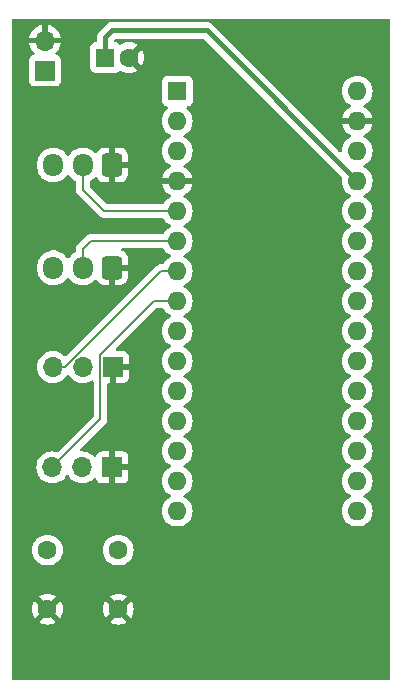
<source format=gtl>
G04 #@! TF.GenerationSoftware,KiCad,Pcbnew,8.0.4*
G04 #@! TF.CreationDate,2024-11-12T14:35:11-08:00*
G04 #@! TF.ProjectId,Engine Control Unit,456e6769-6e65-4204-936f-6e74726f6c20,rev?*
G04 #@! TF.SameCoordinates,Original*
G04 #@! TF.FileFunction,Copper,L1,Top*
G04 #@! TF.FilePolarity,Positive*
%FSLAX46Y46*%
G04 Gerber Fmt 4.6, Leading zero omitted, Abs format (unit mm)*
G04 Created by KiCad (PCBNEW 8.0.4) date 2024-11-12 14:35:11*
%MOMM*%
%LPD*%
G01*
G04 APERTURE LIST*
G04 Aperture macros list*
%AMRoundRect*
0 Rectangle with rounded corners*
0 $1 Rounding radius*
0 $2 $3 $4 $5 $6 $7 $8 $9 X,Y pos of 4 corners*
0 Add a 4 corners polygon primitive as box body*
4,1,4,$2,$3,$4,$5,$6,$7,$8,$9,$2,$3,0*
0 Add four circle primitives for the rounded corners*
1,1,$1+$1,$2,$3*
1,1,$1+$1,$4,$5*
1,1,$1+$1,$6,$7*
1,1,$1+$1,$8,$9*
0 Add four rect primitives between the rounded corners*
20,1,$1+$1,$2,$3,$4,$5,0*
20,1,$1+$1,$4,$5,$6,$7,0*
20,1,$1+$1,$6,$7,$8,$9,0*
20,1,$1+$1,$8,$9,$2,$3,0*%
G04 Aperture macros list end*
G04 #@! TA.AperFunction,ComponentPad*
%ADD10R,1.700000X1.700000*%
G04 #@! TD*
G04 #@! TA.AperFunction,ComponentPad*
%ADD11O,1.700000X1.700000*%
G04 #@! TD*
G04 #@! TA.AperFunction,ComponentPad*
%ADD12C,1.600000*%
G04 #@! TD*
G04 #@! TA.AperFunction,ComponentPad*
%ADD13R,1.600000X1.600000*%
G04 #@! TD*
G04 #@! TA.AperFunction,ComponentPad*
%ADD14O,1.700000X1.950000*%
G04 #@! TD*
G04 #@! TA.AperFunction,ComponentPad*
%ADD15RoundRect,0.250000X0.600000X0.725000X-0.600000X0.725000X-0.600000X-0.725000X0.600000X-0.725000X0*%
G04 #@! TD*
G04 #@! TA.AperFunction,ComponentPad*
%ADD16O,1.600000X1.600000*%
G04 #@! TD*
G04 #@! TA.AperFunction,Conductor*
%ADD17C,0.150000*%
G04 #@! TD*
G04 #@! TA.AperFunction,Conductor*
%ADD18C,0.400000*%
G04 #@! TD*
G04 APERTURE END LIST*
D10*
X135040000Y-105000000D03*
D11*
X132500000Y-105000000D03*
X129960000Y-105000000D03*
D12*
X135500000Y-125500000D03*
X135500000Y-120500000D03*
D13*
X134400000Y-78800000D03*
D12*
X136400000Y-78800000D03*
D14*
X130000000Y-87900000D03*
X132500000Y-87900000D03*
D15*
X135000000Y-87900000D03*
D12*
X129500000Y-125500000D03*
X129500000Y-120500000D03*
D10*
X135000000Y-113500000D03*
D11*
X132460000Y-113500000D03*
X129920000Y-113500000D03*
D14*
X130000000Y-96600000D03*
X132500000Y-96600000D03*
D15*
X135000000Y-96600000D03*
D13*
X140500000Y-81640000D03*
D16*
X140500000Y-84180000D03*
X140500000Y-86720000D03*
X140500000Y-89260000D03*
X140500000Y-91800000D03*
X140500000Y-94340000D03*
X140500000Y-96880000D03*
X140500000Y-99420000D03*
X140500000Y-101960000D03*
X140500000Y-104500000D03*
X140500000Y-107040000D03*
X140500000Y-109580000D03*
X140500000Y-112120000D03*
X140500000Y-114660000D03*
X140500000Y-117200000D03*
X155740000Y-117200000D03*
X155740000Y-114660000D03*
X155740000Y-112120000D03*
X155740000Y-109580000D03*
X155740000Y-107040000D03*
X155740000Y-104500000D03*
X155740000Y-101960000D03*
X155740000Y-99420000D03*
X155740000Y-96880000D03*
X155740000Y-94340000D03*
X155740000Y-91800000D03*
X155740000Y-89260000D03*
X155740000Y-86720000D03*
X155740000Y-84180000D03*
X155740000Y-81640000D03*
D11*
X129300000Y-77360000D03*
D10*
X129300000Y-79900000D03*
D17*
X129960000Y-105000000D02*
X131000000Y-105000000D01*
X131000000Y-105000000D02*
X139120000Y-96880000D01*
X139120000Y-96880000D02*
X140500000Y-96880000D01*
X129920000Y-113500000D02*
X133988000Y-109432000D01*
X133988000Y-109432000D02*
X133988000Y-103948000D01*
X133988000Y-103948000D02*
X138516000Y-99420000D01*
X138516000Y-99420000D02*
X140500000Y-99420000D01*
X132500000Y-96600000D02*
X132500000Y-95000000D01*
X133160000Y-94340000D02*
X140500000Y-94340000D01*
X132500000Y-95000000D02*
X133160000Y-94340000D01*
X132500000Y-87900000D02*
X132500000Y-90000000D01*
X132500000Y-90000000D02*
X134300000Y-91800000D01*
X134300000Y-91800000D02*
X140500000Y-91800000D01*
D18*
X134400000Y-78800000D02*
X134400000Y-77100000D01*
X134400000Y-77100000D02*
X135000000Y-76500000D01*
X135000000Y-76500000D02*
X142980000Y-76500000D01*
X142980000Y-76500000D02*
X155740000Y-89260000D01*
G04 #@! TA.AperFunction,Conductor*
G36*
X158442539Y-75520185D02*
G01*
X158488294Y-75572989D01*
X158499500Y-75624500D01*
X158499500Y-131375500D01*
X158479815Y-131442539D01*
X158427011Y-131488294D01*
X158375500Y-131499500D01*
X126624500Y-131499500D01*
X126557461Y-131479815D01*
X126511706Y-131427011D01*
X126500500Y-131375500D01*
X126500500Y-125499997D01*
X128195034Y-125499997D01*
X128195034Y-125500002D01*
X128214858Y-125726599D01*
X128214860Y-125726610D01*
X128273730Y-125946317D01*
X128273735Y-125946331D01*
X128369863Y-126152478D01*
X128420974Y-126225472D01*
X129100000Y-125546446D01*
X129100000Y-125552661D01*
X129127259Y-125654394D01*
X129179920Y-125745606D01*
X129254394Y-125820080D01*
X129345606Y-125872741D01*
X129447339Y-125900000D01*
X129453553Y-125900000D01*
X128774526Y-126579025D01*
X128847513Y-126630132D01*
X128847521Y-126630136D01*
X129053668Y-126726264D01*
X129053682Y-126726269D01*
X129273389Y-126785139D01*
X129273400Y-126785141D01*
X129499998Y-126804966D01*
X129500002Y-126804966D01*
X129726599Y-126785141D01*
X129726610Y-126785139D01*
X129946317Y-126726269D01*
X129946331Y-126726264D01*
X130152478Y-126630136D01*
X130225471Y-126579024D01*
X129546447Y-125900000D01*
X129552661Y-125900000D01*
X129654394Y-125872741D01*
X129745606Y-125820080D01*
X129820080Y-125745606D01*
X129872741Y-125654394D01*
X129900000Y-125552661D01*
X129900000Y-125546447D01*
X130579024Y-126225471D01*
X130630136Y-126152478D01*
X130726264Y-125946331D01*
X130726269Y-125946317D01*
X130785139Y-125726610D01*
X130785141Y-125726599D01*
X130804966Y-125500002D01*
X130804966Y-125499997D01*
X134195034Y-125499997D01*
X134195034Y-125500002D01*
X134214858Y-125726599D01*
X134214860Y-125726610D01*
X134273730Y-125946317D01*
X134273735Y-125946331D01*
X134369863Y-126152478D01*
X134420974Y-126225472D01*
X135100000Y-125546446D01*
X135100000Y-125552661D01*
X135127259Y-125654394D01*
X135179920Y-125745606D01*
X135254394Y-125820080D01*
X135345606Y-125872741D01*
X135447339Y-125900000D01*
X135453553Y-125900000D01*
X134774526Y-126579025D01*
X134847513Y-126630132D01*
X134847521Y-126630136D01*
X135053668Y-126726264D01*
X135053682Y-126726269D01*
X135273389Y-126785139D01*
X135273400Y-126785141D01*
X135499998Y-126804966D01*
X135500002Y-126804966D01*
X135726599Y-126785141D01*
X135726610Y-126785139D01*
X135946317Y-126726269D01*
X135946331Y-126726264D01*
X136152478Y-126630136D01*
X136225471Y-126579024D01*
X135546447Y-125900000D01*
X135552661Y-125900000D01*
X135654394Y-125872741D01*
X135745606Y-125820080D01*
X135820080Y-125745606D01*
X135872741Y-125654394D01*
X135900000Y-125552661D01*
X135900000Y-125546447D01*
X136579024Y-126225471D01*
X136630136Y-126152478D01*
X136726264Y-125946331D01*
X136726269Y-125946317D01*
X136785139Y-125726610D01*
X136785141Y-125726599D01*
X136804966Y-125500002D01*
X136804966Y-125499997D01*
X136785141Y-125273400D01*
X136785139Y-125273389D01*
X136726269Y-125053682D01*
X136726264Y-125053668D01*
X136630136Y-124847521D01*
X136630132Y-124847513D01*
X136579025Y-124774526D01*
X135900000Y-125453551D01*
X135900000Y-125447339D01*
X135872741Y-125345606D01*
X135820080Y-125254394D01*
X135745606Y-125179920D01*
X135654394Y-125127259D01*
X135552661Y-125100000D01*
X135546448Y-125100000D01*
X136225472Y-124420974D01*
X136152478Y-124369863D01*
X135946331Y-124273735D01*
X135946317Y-124273730D01*
X135726610Y-124214860D01*
X135726599Y-124214858D01*
X135500002Y-124195034D01*
X135499998Y-124195034D01*
X135273400Y-124214858D01*
X135273389Y-124214860D01*
X135053682Y-124273730D01*
X135053673Y-124273734D01*
X134847516Y-124369866D01*
X134847512Y-124369868D01*
X134774526Y-124420973D01*
X134774526Y-124420974D01*
X135453553Y-125100000D01*
X135447339Y-125100000D01*
X135345606Y-125127259D01*
X135254394Y-125179920D01*
X135179920Y-125254394D01*
X135127259Y-125345606D01*
X135100000Y-125447339D01*
X135100000Y-125453552D01*
X134420974Y-124774526D01*
X134420973Y-124774526D01*
X134369868Y-124847512D01*
X134369866Y-124847516D01*
X134273734Y-125053673D01*
X134273730Y-125053682D01*
X134214860Y-125273389D01*
X134214858Y-125273400D01*
X134195034Y-125499997D01*
X130804966Y-125499997D01*
X130785141Y-125273400D01*
X130785139Y-125273389D01*
X130726269Y-125053682D01*
X130726264Y-125053668D01*
X130630136Y-124847521D01*
X130630132Y-124847513D01*
X130579025Y-124774526D01*
X129900000Y-125453551D01*
X129900000Y-125447339D01*
X129872741Y-125345606D01*
X129820080Y-125254394D01*
X129745606Y-125179920D01*
X129654394Y-125127259D01*
X129552661Y-125100000D01*
X129546448Y-125100000D01*
X130225472Y-124420974D01*
X130152478Y-124369863D01*
X129946331Y-124273735D01*
X129946317Y-124273730D01*
X129726610Y-124214860D01*
X129726599Y-124214858D01*
X129500002Y-124195034D01*
X129499998Y-124195034D01*
X129273400Y-124214858D01*
X129273389Y-124214860D01*
X129053682Y-124273730D01*
X129053673Y-124273734D01*
X128847516Y-124369866D01*
X128847512Y-124369868D01*
X128774526Y-124420973D01*
X128774526Y-124420974D01*
X129453553Y-125100000D01*
X129447339Y-125100000D01*
X129345606Y-125127259D01*
X129254394Y-125179920D01*
X129179920Y-125254394D01*
X129127259Y-125345606D01*
X129100000Y-125447339D01*
X129100000Y-125453552D01*
X128420974Y-124774526D01*
X128420973Y-124774526D01*
X128369868Y-124847512D01*
X128369866Y-124847516D01*
X128273734Y-125053673D01*
X128273730Y-125053682D01*
X128214860Y-125273389D01*
X128214858Y-125273400D01*
X128195034Y-125499997D01*
X126500500Y-125499997D01*
X126500500Y-120499998D01*
X128194532Y-120499998D01*
X128194532Y-120500001D01*
X128214364Y-120726686D01*
X128214366Y-120726697D01*
X128273258Y-120946488D01*
X128273261Y-120946497D01*
X128369431Y-121152732D01*
X128369432Y-121152734D01*
X128499954Y-121339141D01*
X128660858Y-121500045D01*
X128660861Y-121500047D01*
X128847266Y-121630568D01*
X129053504Y-121726739D01*
X129273308Y-121785635D01*
X129435230Y-121799801D01*
X129499998Y-121805468D01*
X129500000Y-121805468D01*
X129500002Y-121805468D01*
X129556673Y-121800509D01*
X129726692Y-121785635D01*
X129946496Y-121726739D01*
X130152734Y-121630568D01*
X130339139Y-121500047D01*
X130500047Y-121339139D01*
X130630568Y-121152734D01*
X130726739Y-120946496D01*
X130785635Y-120726692D01*
X130805468Y-120500000D01*
X130805468Y-120499998D01*
X134194532Y-120499998D01*
X134194532Y-120500001D01*
X134214364Y-120726686D01*
X134214366Y-120726697D01*
X134273258Y-120946488D01*
X134273261Y-120946497D01*
X134369431Y-121152732D01*
X134369432Y-121152734D01*
X134499954Y-121339141D01*
X134660858Y-121500045D01*
X134660861Y-121500047D01*
X134847266Y-121630568D01*
X135053504Y-121726739D01*
X135273308Y-121785635D01*
X135435230Y-121799801D01*
X135499998Y-121805468D01*
X135500000Y-121805468D01*
X135500002Y-121805468D01*
X135556673Y-121800509D01*
X135726692Y-121785635D01*
X135946496Y-121726739D01*
X136152734Y-121630568D01*
X136339139Y-121500047D01*
X136500047Y-121339139D01*
X136630568Y-121152734D01*
X136726739Y-120946496D01*
X136785635Y-120726692D01*
X136805468Y-120500000D01*
X136785635Y-120273308D01*
X136726739Y-120053504D01*
X136630568Y-119847266D01*
X136500047Y-119660861D01*
X136500045Y-119660858D01*
X136339141Y-119499954D01*
X136152734Y-119369432D01*
X136152732Y-119369431D01*
X135946497Y-119273261D01*
X135946488Y-119273258D01*
X135726697Y-119214366D01*
X135726693Y-119214365D01*
X135726692Y-119214365D01*
X135726691Y-119214364D01*
X135726686Y-119214364D01*
X135500002Y-119194532D01*
X135499998Y-119194532D01*
X135273313Y-119214364D01*
X135273302Y-119214366D01*
X135053511Y-119273258D01*
X135053502Y-119273261D01*
X134847267Y-119369431D01*
X134847265Y-119369432D01*
X134660858Y-119499954D01*
X134499954Y-119660858D01*
X134369432Y-119847265D01*
X134369431Y-119847267D01*
X134273261Y-120053502D01*
X134273258Y-120053511D01*
X134214366Y-120273302D01*
X134214364Y-120273313D01*
X134194532Y-120499998D01*
X130805468Y-120499998D01*
X130785635Y-120273308D01*
X130726739Y-120053504D01*
X130630568Y-119847266D01*
X130500047Y-119660861D01*
X130500045Y-119660858D01*
X130339141Y-119499954D01*
X130152734Y-119369432D01*
X130152732Y-119369431D01*
X129946497Y-119273261D01*
X129946488Y-119273258D01*
X129726697Y-119214366D01*
X129726693Y-119214365D01*
X129726692Y-119214365D01*
X129726691Y-119214364D01*
X129726686Y-119214364D01*
X129500002Y-119194532D01*
X129499998Y-119194532D01*
X129273313Y-119214364D01*
X129273302Y-119214366D01*
X129053511Y-119273258D01*
X129053502Y-119273261D01*
X128847267Y-119369431D01*
X128847265Y-119369432D01*
X128660858Y-119499954D01*
X128499954Y-119660858D01*
X128369432Y-119847265D01*
X128369431Y-119847267D01*
X128273261Y-120053502D01*
X128273258Y-120053511D01*
X128214366Y-120273302D01*
X128214364Y-120273313D01*
X128194532Y-120499998D01*
X126500500Y-120499998D01*
X126500500Y-113499999D01*
X128564341Y-113499999D01*
X128564341Y-113500000D01*
X128584936Y-113735403D01*
X128584938Y-113735413D01*
X128646094Y-113963655D01*
X128646096Y-113963659D01*
X128646097Y-113963663D01*
X128666430Y-114007267D01*
X128745965Y-114177830D01*
X128745967Y-114177834D01*
X128770944Y-114213504D01*
X128881505Y-114371401D01*
X129048599Y-114538495D01*
X129125135Y-114592086D01*
X129242165Y-114674032D01*
X129242167Y-114674033D01*
X129242170Y-114674035D01*
X129456337Y-114773903D01*
X129684592Y-114835063D01*
X129855319Y-114850000D01*
X129919999Y-114855659D01*
X129920000Y-114855659D01*
X129920001Y-114855659D01*
X129984681Y-114850000D01*
X130155408Y-114835063D01*
X130383663Y-114773903D01*
X130597830Y-114674035D01*
X130791401Y-114538495D01*
X130958495Y-114371401D01*
X131088425Y-114185842D01*
X131143002Y-114142217D01*
X131212500Y-114135023D01*
X131274855Y-114166546D01*
X131291575Y-114185842D01*
X131421500Y-114371395D01*
X131421505Y-114371401D01*
X131588599Y-114538495D01*
X131665135Y-114592086D01*
X131782165Y-114674032D01*
X131782167Y-114674033D01*
X131782170Y-114674035D01*
X131996337Y-114773903D01*
X132224592Y-114835063D01*
X132395319Y-114850000D01*
X132459999Y-114855659D01*
X132460000Y-114855659D01*
X132460001Y-114855659D01*
X132524681Y-114850000D01*
X132695408Y-114835063D01*
X132923663Y-114773903D01*
X133137830Y-114674035D01*
X133331401Y-114538495D01*
X133453717Y-114416178D01*
X133515036Y-114382696D01*
X133584728Y-114387680D01*
X133640662Y-114429551D01*
X133657577Y-114460528D01*
X133706646Y-114592088D01*
X133706649Y-114592093D01*
X133792809Y-114707187D01*
X133792812Y-114707190D01*
X133907906Y-114793350D01*
X133907913Y-114793354D01*
X134042620Y-114843596D01*
X134042627Y-114843598D01*
X134102155Y-114849999D01*
X134102172Y-114850000D01*
X134750000Y-114850000D01*
X134750000Y-113933012D01*
X134807007Y-113965925D01*
X134934174Y-114000000D01*
X135065826Y-114000000D01*
X135192993Y-113965925D01*
X135250000Y-113933012D01*
X135250000Y-114850000D01*
X135897828Y-114850000D01*
X135897844Y-114849999D01*
X135957372Y-114843598D01*
X135957379Y-114843596D01*
X136092086Y-114793354D01*
X136092093Y-114793350D01*
X136207187Y-114707190D01*
X136207190Y-114707187D01*
X136293350Y-114592093D01*
X136293354Y-114592086D01*
X136343596Y-114457379D01*
X136343598Y-114457372D01*
X136349999Y-114397844D01*
X136350000Y-114397827D01*
X136350000Y-113750000D01*
X135433012Y-113750000D01*
X135465925Y-113692993D01*
X135500000Y-113565826D01*
X135500000Y-113434174D01*
X135465925Y-113307007D01*
X135433012Y-113250000D01*
X136350000Y-113250000D01*
X136350000Y-112602172D01*
X136349999Y-112602155D01*
X136343598Y-112542627D01*
X136343596Y-112542620D01*
X136293354Y-112407913D01*
X136293350Y-112407906D01*
X136207190Y-112292812D01*
X136207187Y-112292809D01*
X136092093Y-112206649D01*
X136092086Y-112206645D01*
X135957379Y-112156403D01*
X135957372Y-112156401D01*
X135897844Y-112150000D01*
X135250000Y-112150000D01*
X135250000Y-113066988D01*
X135192993Y-113034075D01*
X135065826Y-113000000D01*
X134934174Y-113000000D01*
X134807007Y-113034075D01*
X134750000Y-113066988D01*
X134750000Y-112150000D01*
X134102155Y-112150000D01*
X134042627Y-112156401D01*
X134042620Y-112156403D01*
X133907913Y-112206645D01*
X133907906Y-112206649D01*
X133792812Y-112292809D01*
X133792809Y-112292812D01*
X133706649Y-112407906D01*
X133706645Y-112407913D01*
X133657578Y-112539470D01*
X133615707Y-112595404D01*
X133550242Y-112619821D01*
X133481969Y-112604969D01*
X133453715Y-112583819D01*
X133409366Y-112539470D01*
X133331401Y-112461505D01*
X133331397Y-112461502D01*
X133331396Y-112461501D01*
X133137834Y-112325967D01*
X133137830Y-112325965D01*
X133066727Y-112292809D01*
X132923663Y-112226097D01*
X132923659Y-112226096D01*
X132923655Y-112226094D01*
X132695413Y-112164938D01*
X132695403Y-112164936D01*
X132460001Y-112144341D01*
X132459996Y-112144341D01*
X132393408Y-112150166D01*
X132324908Y-112136399D01*
X132274726Y-112087783D01*
X132258793Y-112019754D01*
X132282169Y-111953911D01*
X132294914Y-111938964D01*
X134448515Y-109785365D01*
X134524281Y-109654135D01*
X134563500Y-109507766D01*
X134563500Y-109356233D01*
X134563500Y-106474000D01*
X134583185Y-106406961D01*
X134635989Y-106361206D01*
X134687500Y-106350000D01*
X134790000Y-106350000D01*
X134790000Y-105433012D01*
X134847007Y-105465925D01*
X134974174Y-105500000D01*
X135105826Y-105500000D01*
X135232993Y-105465925D01*
X135290000Y-105433012D01*
X135290000Y-106350000D01*
X135937828Y-106350000D01*
X135937844Y-106349999D01*
X135997372Y-106343598D01*
X135997379Y-106343596D01*
X136132086Y-106293354D01*
X136132093Y-106293350D01*
X136247187Y-106207190D01*
X136247190Y-106207187D01*
X136333350Y-106092093D01*
X136333354Y-106092086D01*
X136383596Y-105957379D01*
X136383598Y-105957372D01*
X136389999Y-105897844D01*
X136390000Y-105897827D01*
X136390000Y-105250000D01*
X135473012Y-105250000D01*
X135505925Y-105192993D01*
X135540000Y-105065826D01*
X135540000Y-104934174D01*
X135505925Y-104807007D01*
X135473012Y-104750000D01*
X136390000Y-104750000D01*
X136390000Y-104102172D01*
X136389999Y-104102155D01*
X136383598Y-104042627D01*
X136383596Y-104042620D01*
X136333354Y-103907913D01*
X136333350Y-103907906D01*
X136247190Y-103792812D01*
X136247187Y-103792809D01*
X136132093Y-103706649D01*
X136132086Y-103706645D01*
X135997379Y-103656403D01*
X135997372Y-103656401D01*
X135937844Y-103650000D01*
X135399242Y-103650000D01*
X135332203Y-103630315D01*
X135286448Y-103577511D01*
X135276504Y-103508353D01*
X135305529Y-103444797D01*
X135311561Y-103438319D01*
X138718061Y-100031819D01*
X138779384Y-99998334D01*
X138805742Y-99995500D01*
X139254421Y-99995500D01*
X139321460Y-100015185D01*
X139366802Y-100067095D01*
X139369431Y-100072732D01*
X139369432Y-100072734D01*
X139499954Y-100259141D01*
X139660858Y-100420045D01*
X139660861Y-100420047D01*
X139847266Y-100550568D01*
X139905275Y-100577618D01*
X139957714Y-100623791D01*
X139976866Y-100690984D01*
X139956650Y-100757865D01*
X139905275Y-100802382D01*
X139847267Y-100829431D01*
X139847265Y-100829432D01*
X139660858Y-100959954D01*
X139499954Y-101120858D01*
X139369432Y-101307265D01*
X139369431Y-101307267D01*
X139273261Y-101513502D01*
X139273258Y-101513511D01*
X139214366Y-101733302D01*
X139214364Y-101733313D01*
X139194532Y-101959998D01*
X139194532Y-101960001D01*
X139214364Y-102186686D01*
X139214366Y-102186697D01*
X139273258Y-102406488D01*
X139273261Y-102406497D01*
X139369431Y-102612732D01*
X139369432Y-102612734D01*
X139499954Y-102799141D01*
X139660858Y-102960045D01*
X139660861Y-102960047D01*
X139847266Y-103090568D01*
X139905275Y-103117618D01*
X139957714Y-103163791D01*
X139976866Y-103230984D01*
X139956650Y-103297865D01*
X139905275Y-103342382D01*
X139847267Y-103369431D01*
X139847265Y-103369432D01*
X139660858Y-103499954D01*
X139499954Y-103660858D01*
X139369432Y-103847265D01*
X139369431Y-103847267D01*
X139273261Y-104053502D01*
X139273258Y-104053511D01*
X139214366Y-104273302D01*
X139214364Y-104273313D01*
X139194532Y-104499998D01*
X139194532Y-104500001D01*
X139214364Y-104726686D01*
X139214366Y-104726697D01*
X139273258Y-104946488D01*
X139273261Y-104946497D01*
X139369431Y-105152732D01*
X139369432Y-105152734D01*
X139499954Y-105339141D01*
X139660858Y-105500045D01*
X139660861Y-105500047D01*
X139847266Y-105630568D01*
X139905275Y-105657618D01*
X139957714Y-105703791D01*
X139976866Y-105770984D01*
X139956650Y-105837865D01*
X139905275Y-105882382D01*
X139847267Y-105909431D01*
X139847265Y-105909432D01*
X139660858Y-106039954D01*
X139499954Y-106200858D01*
X139369432Y-106387265D01*
X139369431Y-106387267D01*
X139273261Y-106593502D01*
X139273258Y-106593511D01*
X139214366Y-106813302D01*
X139214364Y-106813313D01*
X139194532Y-107039998D01*
X139194532Y-107040001D01*
X139214364Y-107266686D01*
X139214366Y-107266697D01*
X139273258Y-107486488D01*
X139273261Y-107486497D01*
X139369431Y-107692732D01*
X139369432Y-107692734D01*
X139499954Y-107879141D01*
X139660858Y-108040045D01*
X139660861Y-108040047D01*
X139847266Y-108170568D01*
X139905275Y-108197618D01*
X139957714Y-108243791D01*
X139976866Y-108310984D01*
X139956650Y-108377865D01*
X139905275Y-108422382D01*
X139847267Y-108449431D01*
X139847265Y-108449432D01*
X139660858Y-108579954D01*
X139499954Y-108740858D01*
X139369432Y-108927265D01*
X139369431Y-108927267D01*
X139273261Y-109133502D01*
X139273258Y-109133511D01*
X139214366Y-109353302D01*
X139214364Y-109353313D01*
X139194532Y-109579998D01*
X139194532Y-109580001D01*
X139214364Y-109806686D01*
X139214366Y-109806697D01*
X139273258Y-110026488D01*
X139273261Y-110026497D01*
X139369431Y-110232732D01*
X139369432Y-110232734D01*
X139499954Y-110419141D01*
X139660858Y-110580045D01*
X139660861Y-110580047D01*
X139847266Y-110710568D01*
X139905275Y-110737618D01*
X139957714Y-110783791D01*
X139976866Y-110850984D01*
X139956650Y-110917865D01*
X139905275Y-110962382D01*
X139847267Y-110989431D01*
X139847265Y-110989432D01*
X139660858Y-111119954D01*
X139499954Y-111280858D01*
X139369432Y-111467265D01*
X139369431Y-111467267D01*
X139273261Y-111673502D01*
X139273258Y-111673511D01*
X139214366Y-111893302D01*
X139214364Y-111893313D01*
X139194532Y-112119998D01*
X139194532Y-112120001D01*
X139214364Y-112346686D01*
X139214366Y-112346697D01*
X139273258Y-112566488D01*
X139273261Y-112566497D01*
X139369431Y-112772732D01*
X139369432Y-112772734D01*
X139499954Y-112959141D01*
X139660858Y-113120045D01*
X139660861Y-113120047D01*
X139847266Y-113250568D01*
X139905275Y-113277618D01*
X139957714Y-113323791D01*
X139976866Y-113390984D01*
X139956650Y-113457865D01*
X139905275Y-113502382D01*
X139847267Y-113529431D01*
X139847265Y-113529432D01*
X139660858Y-113659954D01*
X139499954Y-113820858D01*
X139369432Y-114007265D01*
X139369431Y-114007267D01*
X139273261Y-114213502D01*
X139273258Y-114213511D01*
X139214366Y-114433302D01*
X139214364Y-114433313D01*
X139194532Y-114659998D01*
X139194532Y-114660001D01*
X139214364Y-114886686D01*
X139214366Y-114886697D01*
X139273258Y-115106488D01*
X139273261Y-115106497D01*
X139369431Y-115312732D01*
X139369432Y-115312734D01*
X139499954Y-115499141D01*
X139660858Y-115660045D01*
X139660861Y-115660047D01*
X139847266Y-115790568D01*
X139905275Y-115817618D01*
X139957714Y-115863791D01*
X139976866Y-115930984D01*
X139956650Y-115997865D01*
X139905275Y-116042382D01*
X139847267Y-116069431D01*
X139847265Y-116069432D01*
X139660858Y-116199954D01*
X139499954Y-116360858D01*
X139369432Y-116547265D01*
X139369431Y-116547267D01*
X139273261Y-116753502D01*
X139273258Y-116753511D01*
X139214366Y-116973302D01*
X139214364Y-116973313D01*
X139194532Y-117199998D01*
X139194532Y-117200001D01*
X139214364Y-117426686D01*
X139214366Y-117426697D01*
X139273258Y-117646488D01*
X139273261Y-117646497D01*
X139369431Y-117852732D01*
X139369432Y-117852734D01*
X139499954Y-118039141D01*
X139660858Y-118200045D01*
X139660861Y-118200047D01*
X139847266Y-118330568D01*
X140053504Y-118426739D01*
X140273308Y-118485635D01*
X140435230Y-118499801D01*
X140499998Y-118505468D01*
X140500000Y-118505468D01*
X140500002Y-118505468D01*
X140556673Y-118500509D01*
X140726692Y-118485635D01*
X140946496Y-118426739D01*
X141152734Y-118330568D01*
X141339139Y-118200047D01*
X141500047Y-118039139D01*
X141630568Y-117852734D01*
X141726739Y-117646496D01*
X141785635Y-117426692D01*
X141805468Y-117200000D01*
X141785635Y-116973308D01*
X141726739Y-116753504D01*
X141630568Y-116547266D01*
X141500047Y-116360861D01*
X141500045Y-116360858D01*
X141339141Y-116199954D01*
X141152734Y-116069432D01*
X141152728Y-116069429D01*
X141094725Y-116042382D01*
X141042285Y-115996210D01*
X141023133Y-115929017D01*
X141043348Y-115862135D01*
X141094725Y-115817618D01*
X141152734Y-115790568D01*
X141339139Y-115660047D01*
X141500047Y-115499139D01*
X141630568Y-115312734D01*
X141726739Y-115106496D01*
X141785635Y-114886692D01*
X141805468Y-114660000D01*
X141785635Y-114433308D01*
X141726739Y-114213504D01*
X141630568Y-114007266D01*
X141500047Y-113820861D01*
X141500045Y-113820858D01*
X141339141Y-113659954D01*
X141152734Y-113529432D01*
X141152728Y-113529429D01*
X141094725Y-113502382D01*
X141042285Y-113456210D01*
X141023133Y-113389017D01*
X141043348Y-113322135D01*
X141094725Y-113277618D01*
X141152734Y-113250568D01*
X141339139Y-113120047D01*
X141500047Y-112959139D01*
X141630568Y-112772734D01*
X141726739Y-112566496D01*
X141785635Y-112346692D01*
X141805468Y-112120000D01*
X141785635Y-111893308D01*
X141726739Y-111673504D01*
X141630568Y-111467266D01*
X141500047Y-111280861D01*
X141500045Y-111280858D01*
X141339141Y-111119954D01*
X141152734Y-110989432D01*
X141152728Y-110989429D01*
X141094725Y-110962382D01*
X141042285Y-110916210D01*
X141023133Y-110849017D01*
X141043348Y-110782135D01*
X141094725Y-110737618D01*
X141152734Y-110710568D01*
X141339139Y-110580047D01*
X141500047Y-110419139D01*
X141630568Y-110232734D01*
X141726739Y-110026496D01*
X141785635Y-109806692D01*
X141805468Y-109580000D01*
X141785635Y-109353308D01*
X141726739Y-109133504D01*
X141630568Y-108927266D01*
X141500047Y-108740861D01*
X141500045Y-108740858D01*
X141339141Y-108579954D01*
X141152734Y-108449432D01*
X141152728Y-108449429D01*
X141094725Y-108422382D01*
X141042285Y-108376210D01*
X141023133Y-108309017D01*
X141043348Y-108242135D01*
X141094725Y-108197618D01*
X141152734Y-108170568D01*
X141339139Y-108040047D01*
X141500047Y-107879139D01*
X141630568Y-107692734D01*
X141726739Y-107486496D01*
X141785635Y-107266692D01*
X141805468Y-107040000D01*
X141785635Y-106813308D01*
X141726739Y-106593504D01*
X141630568Y-106387266D01*
X141504479Y-106207190D01*
X141500045Y-106200858D01*
X141339141Y-106039954D01*
X141152734Y-105909432D01*
X141152728Y-105909429D01*
X141094725Y-105882382D01*
X141042285Y-105836210D01*
X141023133Y-105769017D01*
X141043348Y-105702135D01*
X141094725Y-105657618D01*
X141152734Y-105630568D01*
X141339139Y-105500047D01*
X141500047Y-105339139D01*
X141630568Y-105152734D01*
X141726739Y-104946496D01*
X141785635Y-104726692D01*
X141805468Y-104500000D01*
X141785635Y-104273308D01*
X141726739Y-104053504D01*
X141630568Y-103847266D01*
X141500047Y-103660861D01*
X141500045Y-103660858D01*
X141339141Y-103499954D01*
X141152734Y-103369432D01*
X141152728Y-103369429D01*
X141094725Y-103342382D01*
X141042285Y-103296210D01*
X141023133Y-103229017D01*
X141043348Y-103162135D01*
X141094725Y-103117618D01*
X141152734Y-103090568D01*
X141339139Y-102960047D01*
X141500047Y-102799139D01*
X141630568Y-102612734D01*
X141726739Y-102406496D01*
X141785635Y-102186692D01*
X141805468Y-101960000D01*
X141785635Y-101733308D01*
X141726739Y-101513504D01*
X141630568Y-101307266D01*
X141500047Y-101120861D01*
X141500045Y-101120858D01*
X141339141Y-100959954D01*
X141152734Y-100829432D01*
X141152728Y-100829429D01*
X141094725Y-100802382D01*
X141042285Y-100756210D01*
X141023133Y-100689017D01*
X141043348Y-100622135D01*
X141094725Y-100577618D01*
X141152734Y-100550568D01*
X141339139Y-100420047D01*
X141500047Y-100259139D01*
X141630568Y-100072734D01*
X141726739Y-99866496D01*
X141785635Y-99646692D01*
X141805468Y-99420000D01*
X141785635Y-99193308D01*
X141726739Y-98973504D01*
X141630568Y-98767266D01*
X141500047Y-98580861D01*
X141500045Y-98580858D01*
X141339141Y-98419954D01*
X141152734Y-98289432D01*
X141152728Y-98289429D01*
X141094725Y-98262382D01*
X141042285Y-98216210D01*
X141023133Y-98149017D01*
X141043348Y-98082135D01*
X141094725Y-98037618D01*
X141152734Y-98010568D01*
X141339139Y-97880047D01*
X141500047Y-97719139D01*
X141630568Y-97532734D01*
X141726739Y-97326496D01*
X141785635Y-97106692D01*
X141805468Y-96880000D01*
X141785635Y-96653308D01*
X141726739Y-96433504D01*
X141630568Y-96227266D01*
X141500047Y-96040861D01*
X141500045Y-96040858D01*
X141339141Y-95879954D01*
X141152734Y-95749432D01*
X141152728Y-95749429D01*
X141094725Y-95722382D01*
X141042285Y-95676210D01*
X141023133Y-95609017D01*
X141043348Y-95542135D01*
X141094725Y-95497618D01*
X141152734Y-95470568D01*
X141339139Y-95340047D01*
X141500047Y-95179139D01*
X141630568Y-94992734D01*
X141726739Y-94786496D01*
X141785635Y-94566692D01*
X141805468Y-94340000D01*
X141785635Y-94113308D01*
X141726739Y-93893504D01*
X141630568Y-93687266D01*
X141500047Y-93500861D01*
X141500045Y-93500858D01*
X141339141Y-93339954D01*
X141152734Y-93209432D01*
X141152728Y-93209429D01*
X141094725Y-93182382D01*
X141042285Y-93136210D01*
X141023133Y-93069017D01*
X141043348Y-93002135D01*
X141094725Y-92957618D01*
X141152734Y-92930568D01*
X141339139Y-92800047D01*
X141500047Y-92639139D01*
X141630568Y-92452734D01*
X141726739Y-92246496D01*
X141785635Y-92026692D01*
X141805468Y-91800000D01*
X141785635Y-91573308D01*
X141726739Y-91353504D01*
X141630568Y-91147266D01*
X141500047Y-90960861D01*
X141500045Y-90960858D01*
X141339141Y-90799954D01*
X141152734Y-90669432D01*
X141152732Y-90669431D01*
X141094725Y-90642382D01*
X141094132Y-90642105D01*
X141041694Y-90595934D01*
X141022542Y-90528740D01*
X141042758Y-90461859D01*
X141094134Y-90417341D01*
X141152484Y-90390132D01*
X141338820Y-90259657D01*
X141499657Y-90098820D01*
X141630134Y-89912482D01*
X141726265Y-89706326D01*
X141726269Y-89706317D01*
X141778872Y-89510000D01*
X140933012Y-89510000D01*
X140965925Y-89452993D01*
X141000000Y-89325826D01*
X141000000Y-89194174D01*
X140965925Y-89067007D01*
X140933012Y-89010000D01*
X141778872Y-89010000D01*
X141778872Y-89009999D01*
X141726269Y-88813682D01*
X141726265Y-88813673D01*
X141630134Y-88607517D01*
X141499657Y-88421179D01*
X141338820Y-88260342D01*
X141152482Y-88129865D01*
X141094133Y-88102657D01*
X141041694Y-88056484D01*
X141022542Y-87989291D01*
X141042758Y-87922410D01*
X141094129Y-87877895D01*
X141152734Y-87850568D01*
X141339139Y-87720047D01*
X141500047Y-87559139D01*
X141630568Y-87372734D01*
X141726739Y-87166496D01*
X141785635Y-86946692D01*
X141805468Y-86720000D01*
X141804300Y-86706655D01*
X141793454Y-86582684D01*
X141785635Y-86493308D01*
X141726739Y-86273504D01*
X141630568Y-86067266D01*
X141500047Y-85880861D01*
X141500045Y-85880858D01*
X141339141Y-85719954D01*
X141152734Y-85589432D01*
X141152728Y-85589429D01*
X141094725Y-85562382D01*
X141042285Y-85516210D01*
X141023133Y-85449017D01*
X141043348Y-85382135D01*
X141094725Y-85337618D01*
X141095319Y-85337341D01*
X141152734Y-85310568D01*
X141339139Y-85180047D01*
X141500047Y-85019139D01*
X141630568Y-84832734D01*
X141726739Y-84626496D01*
X141785635Y-84406692D01*
X141805468Y-84180000D01*
X141785635Y-83953308D01*
X141726739Y-83733504D01*
X141630568Y-83527266D01*
X141500047Y-83340861D01*
X141500045Y-83340858D01*
X141339143Y-83179956D01*
X141314536Y-83162726D01*
X141270912Y-83108149D01*
X141263719Y-83038650D01*
X141295241Y-82976296D01*
X141355471Y-82940882D01*
X141372404Y-82937861D01*
X141407483Y-82934091D01*
X141542331Y-82883796D01*
X141657546Y-82797546D01*
X141743796Y-82682331D01*
X141794091Y-82547483D01*
X141800500Y-82487873D01*
X141800499Y-80792128D01*
X141794091Y-80732517D01*
X141759567Y-80639954D01*
X141743797Y-80597671D01*
X141743793Y-80597664D01*
X141657547Y-80482455D01*
X141657544Y-80482452D01*
X141542335Y-80396206D01*
X141542328Y-80396202D01*
X141407482Y-80345908D01*
X141407483Y-80345908D01*
X141347883Y-80339501D01*
X141347881Y-80339500D01*
X141347873Y-80339500D01*
X141347864Y-80339500D01*
X139652129Y-80339500D01*
X139652123Y-80339501D01*
X139592516Y-80345908D01*
X139457671Y-80396202D01*
X139457664Y-80396206D01*
X139342455Y-80482452D01*
X139342452Y-80482455D01*
X139256206Y-80597664D01*
X139256202Y-80597671D01*
X139205908Y-80732517D01*
X139199501Y-80792116D01*
X139199501Y-80792123D01*
X139199500Y-80792135D01*
X139199500Y-82487870D01*
X139199501Y-82487876D01*
X139205908Y-82547483D01*
X139256202Y-82682328D01*
X139256206Y-82682335D01*
X139342452Y-82797544D01*
X139342455Y-82797547D01*
X139457664Y-82883793D01*
X139457671Y-82883797D01*
X139502618Y-82900561D01*
X139592517Y-82934091D01*
X139627596Y-82937862D01*
X139692144Y-82964599D01*
X139731993Y-83021991D01*
X139734488Y-83091816D01*
X139698836Y-83151905D01*
X139685464Y-83162725D01*
X139660858Y-83179954D01*
X139499954Y-83340858D01*
X139369432Y-83527265D01*
X139369431Y-83527267D01*
X139273261Y-83733502D01*
X139273258Y-83733511D01*
X139214366Y-83953302D01*
X139214364Y-83953313D01*
X139194532Y-84179998D01*
X139194532Y-84180001D01*
X139214364Y-84406686D01*
X139214366Y-84406697D01*
X139273258Y-84626488D01*
X139273261Y-84626497D01*
X139369431Y-84832732D01*
X139369432Y-84832734D01*
X139499954Y-85019141D01*
X139660858Y-85180045D01*
X139660861Y-85180047D01*
X139847266Y-85310568D01*
X139904681Y-85337341D01*
X139905275Y-85337618D01*
X139957714Y-85383791D01*
X139976866Y-85450984D01*
X139956650Y-85517865D01*
X139905275Y-85562382D01*
X139847267Y-85589431D01*
X139847265Y-85589432D01*
X139660858Y-85719954D01*
X139499954Y-85880858D01*
X139369432Y-86067265D01*
X139369431Y-86067267D01*
X139273261Y-86273502D01*
X139273258Y-86273511D01*
X139214366Y-86493302D01*
X139214364Y-86493313D01*
X139194532Y-86719998D01*
X139194532Y-86720001D01*
X139214364Y-86946686D01*
X139214366Y-86946697D01*
X139273258Y-87166488D01*
X139273261Y-87166497D01*
X139369431Y-87372732D01*
X139369432Y-87372734D01*
X139499954Y-87559141D01*
X139660858Y-87720045D01*
X139660861Y-87720047D01*
X139847266Y-87850568D01*
X139905865Y-87877893D01*
X139958305Y-87924065D01*
X139977457Y-87991258D01*
X139957242Y-88058139D01*
X139905867Y-88102657D01*
X139847515Y-88129867D01*
X139661179Y-88260342D01*
X139500342Y-88421179D01*
X139369865Y-88607517D01*
X139273734Y-88813673D01*
X139273730Y-88813682D01*
X139221127Y-89009999D01*
X139221128Y-89010000D01*
X140066988Y-89010000D01*
X140034075Y-89067007D01*
X140000000Y-89194174D01*
X140000000Y-89325826D01*
X140034075Y-89452993D01*
X140066988Y-89510000D01*
X139221128Y-89510000D01*
X139273730Y-89706317D01*
X139273734Y-89706326D01*
X139369865Y-89912482D01*
X139500342Y-90098820D01*
X139661179Y-90259657D01*
X139847518Y-90390134D01*
X139847520Y-90390135D01*
X139905865Y-90417342D01*
X139958305Y-90463514D01*
X139977457Y-90530707D01*
X139957242Y-90597589D01*
X139905867Y-90642105D01*
X139847268Y-90669431D01*
X139847264Y-90669433D01*
X139660858Y-90799954D01*
X139499954Y-90960858D01*
X139369432Y-91147265D01*
X139368272Y-91149752D01*
X139366802Y-91152904D01*
X139320633Y-91205343D01*
X139254421Y-91224500D01*
X134589742Y-91224500D01*
X134522703Y-91204815D01*
X134502061Y-91188181D01*
X133111819Y-89797939D01*
X133078334Y-89736616D01*
X133075500Y-89710258D01*
X133075500Y-89323456D01*
X133095185Y-89256417D01*
X133143205Y-89212971D01*
X133207816Y-89180051D01*
X133379792Y-89055104D01*
X133518967Y-88915928D01*
X133580286Y-88882446D01*
X133649978Y-88887430D01*
X133705912Y-88929301D01*
X133712184Y-88938515D01*
X133807684Y-89093345D01*
X133931654Y-89217315D01*
X134080875Y-89309356D01*
X134080880Y-89309358D01*
X134247302Y-89364505D01*
X134247309Y-89364506D01*
X134350019Y-89374999D01*
X134749999Y-89374999D01*
X134750000Y-89374998D01*
X134750000Y-88304145D01*
X134816657Y-88342630D01*
X134937465Y-88375000D01*
X135062535Y-88375000D01*
X135183343Y-88342630D01*
X135250000Y-88304145D01*
X135250000Y-89374999D01*
X135649972Y-89374999D01*
X135649986Y-89374998D01*
X135752697Y-89364505D01*
X135919119Y-89309358D01*
X135919124Y-89309356D01*
X136068345Y-89217315D01*
X136192315Y-89093345D01*
X136284356Y-88944124D01*
X136284358Y-88944119D01*
X136339505Y-88777697D01*
X136339506Y-88777690D01*
X136349999Y-88674986D01*
X136350000Y-88674973D01*
X136350000Y-88150000D01*
X135404146Y-88150000D01*
X135442630Y-88083343D01*
X135475000Y-87962535D01*
X135475000Y-87837465D01*
X135442630Y-87716657D01*
X135404146Y-87650000D01*
X136349999Y-87650000D01*
X136349999Y-87125028D01*
X136349998Y-87125013D01*
X136339505Y-87022302D01*
X136284358Y-86855880D01*
X136284356Y-86855875D01*
X136192315Y-86706654D01*
X136068345Y-86582684D01*
X135919124Y-86490643D01*
X135919119Y-86490641D01*
X135752697Y-86435494D01*
X135752690Y-86435493D01*
X135649986Y-86425000D01*
X135250000Y-86425000D01*
X135250000Y-87495854D01*
X135183343Y-87457370D01*
X135062535Y-87425000D01*
X134937465Y-87425000D01*
X134816657Y-87457370D01*
X134750000Y-87495854D01*
X134750000Y-86425000D01*
X134350028Y-86425000D01*
X134350012Y-86425001D01*
X134247302Y-86435494D01*
X134080880Y-86490641D01*
X134080875Y-86490643D01*
X133931654Y-86582684D01*
X133807683Y-86706655D01*
X133807680Y-86706659D01*
X133712183Y-86861484D01*
X133660235Y-86908209D01*
X133591273Y-86919430D01*
X133527191Y-86891587D01*
X133518964Y-86884068D01*
X133379786Y-86744890D01*
X133207820Y-86619951D01*
X133018414Y-86523444D01*
X133018413Y-86523443D01*
X133018412Y-86523443D01*
X132816243Y-86457754D01*
X132816241Y-86457753D01*
X132816240Y-86457753D01*
X132654957Y-86432208D01*
X132606287Y-86424500D01*
X132393713Y-86424500D01*
X132345042Y-86432208D01*
X132183760Y-86457753D01*
X131981585Y-86523444D01*
X131792179Y-86619951D01*
X131620213Y-86744890D01*
X131469894Y-86895209D01*
X131469890Y-86895214D01*
X131350318Y-87059793D01*
X131294989Y-87102459D01*
X131225375Y-87108438D01*
X131163580Y-87075833D01*
X131149682Y-87059793D01*
X131030109Y-86895214D01*
X131030105Y-86895209D01*
X130879786Y-86744890D01*
X130707820Y-86619951D01*
X130518414Y-86523444D01*
X130518413Y-86523443D01*
X130518412Y-86523443D01*
X130316243Y-86457754D01*
X130316241Y-86457753D01*
X130316240Y-86457753D01*
X130154957Y-86432208D01*
X130106287Y-86424500D01*
X129893713Y-86424500D01*
X129845042Y-86432208D01*
X129683760Y-86457753D01*
X129481585Y-86523444D01*
X129292179Y-86619951D01*
X129120213Y-86744890D01*
X128969890Y-86895213D01*
X128844951Y-87067179D01*
X128748444Y-87256585D01*
X128682753Y-87458760D01*
X128659062Y-87608343D01*
X128649500Y-87668713D01*
X128649500Y-88131287D01*
X128682754Y-88341243D01*
X128693722Y-88375000D01*
X128748444Y-88543414D01*
X128844951Y-88732820D01*
X128969890Y-88904786D01*
X129120213Y-89055109D01*
X129292179Y-89180048D01*
X129292181Y-89180049D01*
X129292184Y-89180051D01*
X129481588Y-89276557D01*
X129683757Y-89342246D01*
X129893713Y-89375500D01*
X129893714Y-89375500D01*
X130106286Y-89375500D01*
X130106287Y-89375500D01*
X130316243Y-89342246D01*
X130518412Y-89276557D01*
X130707816Y-89180051D01*
X130729789Y-89164086D01*
X130879786Y-89055109D01*
X130879788Y-89055106D01*
X130879792Y-89055104D01*
X131030104Y-88904792D01*
X131149683Y-88740204D01*
X131205011Y-88697540D01*
X131274624Y-88691561D01*
X131336420Y-88724166D01*
X131350313Y-88740199D01*
X131437281Y-88859901D01*
X131469896Y-88904792D01*
X131620213Y-89055109D01*
X131792182Y-89180050D01*
X131792184Y-89180051D01*
X131856794Y-89212971D01*
X131907590Y-89260945D01*
X131924500Y-89323456D01*
X131924500Y-90075765D01*
X131963719Y-90222136D01*
X132001602Y-90287750D01*
X132039485Y-90353365D01*
X133839485Y-92153365D01*
X133946635Y-92260515D01*
X133969843Y-92273914D01*
X134077865Y-92336281D01*
X134224233Y-92375500D01*
X134224234Y-92375500D01*
X139254421Y-92375500D01*
X139321460Y-92395185D01*
X139366802Y-92447095D01*
X139369431Y-92452732D01*
X139369432Y-92452734D01*
X139499954Y-92639141D01*
X139660858Y-92800045D01*
X139660861Y-92800047D01*
X139847266Y-92930568D01*
X139905275Y-92957618D01*
X139957714Y-93003791D01*
X139976866Y-93070984D01*
X139956650Y-93137865D01*
X139905275Y-93182382D01*
X139847267Y-93209431D01*
X139847265Y-93209432D01*
X139660858Y-93339954D01*
X139499954Y-93500858D01*
X139369432Y-93687265D01*
X139368272Y-93689752D01*
X139366802Y-93692904D01*
X139320633Y-93745343D01*
X139254421Y-93764500D01*
X133084234Y-93764500D01*
X132937863Y-93803719D01*
X132806635Y-93879485D01*
X132806632Y-93879487D01*
X132039487Y-94646632D01*
X132039485Y-94646635D01*
X131963719Y-94777863D01*
X131924500Y-94924234D01*
X131924500Y-95176542D01*
X131904815Y-95243581D01*
X131856796Y-95287026D01*
X131792182Y-95319949D01*
X131620213Y-95444890D01*
X131469894Y-95595209D01*
X131469890Y-95595214D01*
X131350318Y-95759793D01*
X131294989Y-95802459D01*
X131225375Y-95808438D01*
X131163580Y-95775833D01*
X131149682Y-95759793D01*
X131030109Y-95595214D01*
X131030105Y-95595209D01*
X130879786Y-95444890D01*
X130707820Y-95319951D01*
X130518414Y-95223444D01*
X130518413Y-95223443D01*
X130518412Y-95223443D01*
X130316243Y-95157754D01*
X130316241Y-95157753D01*
X130316240Y-95157753D01*
X130154957Y-95132208D01*
X130106287Y-95124500D01*
X129893713Y-95124500D01*
X129845042Y-95132208D01*
X129683760Y-95157753D01*
X129481585Y-95223444D01*
X129292179Y-95319951D01*
X129120213Y-95444890D01*
X128969890Y-95595213D01*
X128844951Y-95767179D01*
X128748444Y-95956585D01*
X128682753Y-96158760D01*
X128659670Y-96304500D01*
X128649500Y-96368713D01*
X128649500Y-96831287D01*
X128682754Y-97041243D01*
X128704021Y-97106697D01*
X128748444Y-97243414D01*
X128844951Y-97432820D01*
X128969890Y-97604786D01*
X129120213Y-97755109D01*
X129292179Y-97880048D01*
X129292181Y-97880049D01*
X129292184Y-97880051D01*
X129481588Y-97976557D01*
X129683757Y-98042246D01*
X129893713Y-98075500D01*
X129893714Y-98075500D01*
X130106286Y-98075500D01*
X130106287Y-98075500D01*
X130316243Y-98042246D01*
X130518412Y-97976557D01*
X130707816Y-97880051D01*
X130729789Y-97864086D01*
X130879786Y-97755109D01*
X130879788Y-97755106D01*
X130879792Y-97755104D01*
X131030104Y-97604792D01*
X131149683Y-97440204D01*
X131205011Y-97397540D01*
X131274624Y-97391561D01*
X131336420Y-97424166D01*
X131350313Y-97440199D01*
X131431407Y-97551816D01*
X131469896Y-97604792D01*
X131620213Y-97755109D01*
X131792179Y-97880048D01*
X131792181Y-97880049D01*
X131792184Y-97880051D01*
X131981588Y-97976557D01*
X132183757Y-98042246D01*
X132393713Y-98075500D01*
X132393714Y-98075500D01*
X132606286Y-98075500D01*
X132606287Y-98075500D01*
X132816243Y-98042246D01*
X133018412Y-97976557D01*
X133207816Y-97880051D01*
X133265141Y-97838402D01*
X133379784Y-97755110D01*
X133379784Y-97755109D01*
X133379792Y-97755104D01*
X133518967Y-97615928D01*
X133580286Y-97582446D01*
X133649978Y-97587430D01*
X133705912Y-97629301D01*
X133712184Y-97638515D01*
X133807684Y-97793345D01*
X133931654Y-97917315D01*
X134080875Y-98009356D01*
X134080880Y-98009358D01*
X134247302Y-98064505D01*
X134247309Y-98064506D01*
X134350019Y-98074999D01*
X134749999Y-98074999D01*
X134750000Y-98074998D01*
X134750000Y-97004145D01*
X134816657Y-97042630D01*
X134937465Y-97075000D01*
X135062535Y-97075000D01*
X135183343Y-97042630D01*
X135250000Y-97004145D01*
X135250000Y-98074999D01*
X135649972Y-98074999D01*
X135649986Y-98074998D01*
X135752697Y-98064505D01*
X135919119Y-98009358D01*
X135919124Y-98009356D01*
X136068345Y-97917315D01*
X136192315Y-97793345D01*
X136284356Y-97644124D01*
X136284358Y-97644119D01*
X136339505Y-97477697D01*
X136339506Y-97477690D01*
X136349999Y-97374986D01*
X136350000Y-97374973D01*
X136350000Y-96850000D01*
X135404146Y-96850000D01*
X135442630Y-96783343D01*
X135475000Y-96662535D01*
X135475000Y-96537465D01*
X135442630Y-96416657D01*
X135404146Y-96350000D01*
X136349999Y-96350000D01*
X136349999Y-95825028D01*
X136349998Y-95825013D01*
X136339505Y-95722302D01*
X136284358Y-95555880D01*
X136284356Y-95555875D01*
X136192315Y-95406654D01*
X136068345Y-95282684D01*
X135919124Y-95190643D01*
X135919119Y-95190641D01*
X135818217Y-95157206D01*
X135760772Y-95117434D01*
X135733949Y-95052918D01*
X135746264Y-94984142D01*
X135793807Y-94932942D01*
X135857221Y-94915500D01*
X139254421Y-94915500D01*
X139321460Y-94935185D01*
X139366802Y-94987095D01*
X139369431Y-94992732D01*
X139369432Y-94992734D01*
X139499954Y-95179141D01*
X139660858Y-95340045D01*
X139660861Y-95340047D01*
X139847266Y-95470568D01*
X139905275Y-95497618D01*
X139957714Y-95543791D01*
X139976866Y-95610984D01*
X139956650Y-95677865D01*
X139905275Y-95722382D01*
X139847267Y-95749431D01*
X139847265Y-95749432D01*
X139660858Y-95879954D01*
X139499954Y-96040858D01*
X139369432Y-96227265D01*
X139368272Y-96229752D01*
X139366802Y-96232904D01*
X139320633Y-96285343D01*
X139254421Y-96304500D01*
X139044233Y-96304500D01*
X138897863Y-96343719D01*
X138766635Y-96419485D01*
X138766632Y-96419487D01*
X131115688Y-104070430D01*
X131054365Y-104103915D01*
X130984673Y-104098931D01*
X130940326Y-104070430D01*
X130831402Y-103961506D01*
X130831395Y-103961501D01*
X130637834Y-103825967D01*
X130637830Y-103825965D01*
X130566727Y-103792809D01*
X130423663Y-103726097D01*
X130423659Y-103726096D01*
X130423655Y-103726094D01*
X130195413Y-103664938D01*
X130195403Y-103664936D01*
X129960001Y-103644341D01*
X129959999Y-103644341D01*
X129724596Y-103664936D01*
X129724586Y-103664938D01*
X129496344Y-103726094D01*
X129496335Y-103726098D01*
X129282171Y-103825964D01*
X129282169Y-103825965D01*
X129088597Y-103961505D01*
X128921505Y-104128597D01*
X128785965Y-104322169D01*
X128785964Y-104322171D01*
X128686098Y-104536335D01*
X128686094Y-104536344D01*
X128624938Y-104764586D01*
X128624936Y-104764596D01*
X128604341Y-104999999D01*
X128604341Y-105000000D01*
X128624936Y-105235403D01*
X128624938Y-105235413D01*
X128686094Y-105463655D01*
X128686096Y-105463659D01*
X128686097Y-105463663D01*
X128723114Y-105543046D01*
X128785965Y-105677830D01*
X128785967Y-105677834D01*
X128820211Y-105726739D01*
X128921505Y-105871401D01*
X129088599Y-106038495D01*
X129090683Y-106039954D01*
X129282165Y-106174032D01*
X129282167Y-106174033D01*
X129282170Y-106174035D01*
X129496337Y-106273903D01*
X129724592Y-106335063D01*
X129895319Y-106350000D01*
X129959999Y-106355659D01*
X129960000Y-106355659D01*
X129960001Y-106355659D01*
X130024681Y-106350000D01*
X130195408Y-106335063D01*
X130423663Y-106273903D01*
X130637830Y-106174035D01*
X130831401Y-106038495D01*
X130998495Y-105871401D01*
X131128425Y-105685842D01*
X131183002Y-105642217D01*
X131252500Y-105635023D01*
X131314855Y-105666546D01*
X131331575Y-105685842D01*
X131461500Y-105871395D01*
X131461505Y-105871401D01*
X131628599Y-106038495D01*
X131630683Y-106039954D01*
X131822165Y-106174032D01*
X131822167Y-106174033D01*
X131822170Y-106174035D01*
X132036337Y-106273903D01*
X132264592Y-106335063D01*
X132435319Y-106350000D01*
X132499999Y-106355659D01*
X132500000Y-106355659D01*
X132500001Y-106355659D01*
X132564681Y-106350000D01*
X132735408Y-106335063D01*
X132963663Y-106273903D01*
X133177830Y-106174035D01*
X133217377Y-106146343D01*
X133283582Y-106124017D01*
X133351350Y-106141027D01*
X133399163Y-106191975D01*
X133412500Y-106247919D01*
X133412500Y-109142257D01*
X133392815Y-109209296D01*
X133376181Y-109229938D01*
X130431414Y-112174704D01*
X130370091Y-112208189D01*
X130311640Y-112206798D01*
X130155413Y-112164938D01*
X130155403Y-112164936D01*
X129920001Y-112144341D01*
X129919999Y-112144341D01*
X129684596Y-112164936D01*
X129684586Y-112164938D01*
X129456344Y-112226094D01*
X129456335Y-112226098D01*
X129242171Y-112325964D01*
X129242169Y-112325965D01*
X129048597Y-112461505D01*
X128881505Y-112628597D01*
X128745965Y-112822169D01*
X128745964Y-112822171D01*
X128646098Y-113036335D01*
X128646094Y-113036344D01*
X128584938Y-113264586D01*
X128584936Y-113264596D01*
X128564341Y-113499999D01*
X126500500Y-113499999D01*
X126500500Y-79002135D01*
X127949500Y-79002135D01*
X127949500Y-80797870D01*
X127949501Y-80797876D01*
X127955908Y-80857483D01*
X128006202Y-80992328D01*
X128006206Y-80992335D01*
X128092452Y-81107544D01*
X128092455Y-81107547D01*
X128207664Y-81193793D01*
X128207671Y-81193797D01*
X128342517Y-81244091D01*
X128342516Y-81244091D01*
X128349444Y-81244835D01*
X128402127Y-81250500D01*
X130197872Y-81250499D01*
X130257483Y-81244091D01*
X130392331Y-81193796D01*
X130507546Y-81107546D01*
X130593796Y-80992331D01*
X130644091Y-80857483D01*
X130650500Y-80797873D01*
X130650499Y-79002128D01*
X130644091Y-78942517D01*
X130593796Y-78807669D01*
X130593795Y-78807668D01*
X130593793Y-78807664D01*
X130507547Y-78692455D01*
X130507544Y-78692452D01*
X130392335Y-78606206D01*
X130392328Y-78606202D01*
X130260401Y-78556997D01*
X130204467Y-78515126D01*
X130180050Y-78449662D01*
X130194902Y-78381389D01*
X130216053Y-78353133D01*
X130338108Y-78231078D01*
X130473600Y-78037578D01*
X130513442Y-77952135D01*
X133099500Y-77952135D01*
X133099500Y-79647870D01*
X133099501Y-79647876D01*
X133105908Y-79707483D01*
X133156202Y-79842328D01*
X133156206Y-79842335D01*
X133242452Y-79957544D01*
X133242455Y-79957547D01*
X133357664Y-80043793D01*
X133357671Y-80043797D01*
X133492517Y-80094091D01*
X133492516Y-80094091D01*
X133499444Y-80094835D01*
X133552127Y-80100500D01*
X135247872Y-80100499D01*
X135307483Y-80094091D01*
X135442331Y-80043796D01*
X135557546Y-79957546D01*
X135564350Y-79948455D01*
X135620280Y-79906584D01*
X135689971Y-79901597D01*
X135734740Y-79921188D01*
X135747512Y-79930130D01*
X135747518Y-79930134D01*
X135953673Y-80026265D01*
X135953682Y-80026269D01*
X136173389Y-80085139D01*
X136173400Y-80085141D01*
X136399998Y-80104966D01*
X136400002Y-80104966D01*
X136626599Y-80085141D01*
X136626610Y-80085139D01*
X136846317Y-80026269D01*
X136846331Y-80026264D01*
X137052478Y-79930136D01*
X137125471Y-79879024D01*
X136446447Y-79200000D01*
X136452661Y-79200000D01*
X136554394Y-79172741D01*
X136645606Y-79120080D01*
X136720080Y-79045606D01*
X136772741Y-78954394D01*
X136800000Y-78852661D01*
X136800000Y-78846447D01*
X137479024Y-79525471D01*
X137530136Y-79452478D01*
X137626264Y-79246331D01*
X137626269Y-79246317D01*
X137685139Y-79026610D01*
X137685141Y-79026599D01*
X137704966Y-78800002D01*
X137704966Y-78799997D01*
X137685141Y-78573400D01*
X137685139Y-78573389D01*
X137626269Y-78353682D01*
X137626264Y-78353668D01*
X137530136Y-78147521D01*
X137530132Y-78147513D01*
X137479025Y-78074526D01*
X136800000Y-78753551D01*
X136800000Y-78747339D01*
X136772741Y-78645606D01*
X136720080Y-78554394D01*
X136645606Y-78479920D01*
X136554394Y-78427259D01*
X136452661Y-78400000D01*
X136446447Y-78400000D01*
X137125472Y-77720974D01*
X137052478Y-77669863D01*
X136846331Y-77573735D01*
X136846317Y-77573730D01*
X136626610Y-77514860D01*
X136626599Y-77514858D01*
X136400002Y-77495034D01*
X136399998Y-77495034D01*
X136173400Y-77514858D01*
X136173389Y-77514860D01*
X135953682Y-77573730D01*
X135953673Y-77573734D01*
X135747512Y-77669868D01*
X135747507Y-77669871D01*
X135734736Y-77678813D01*
X135668529Y-77701138D01*
X135600763Y-77684124D01*
X135564352Y-77651546D01*
X135557546Y-77642454D01*
X135557544Y-77642453D01*
X135557544Y-77642452D01*
X135442335Y-77556206D01*
X135442328Y-77556202D01*
X135307486Y-77505910D01*
X135307485Y-77505909D01*
X135307483Y-77505909D01*
X135273765Y-77502283D01*
X135209217Y-77475546D01*
X135169369Y-77418154D01*
X135166875Y-77348329D01*
X135199341Y-77291315D01*
X135253839Y-77236818D01*
X135315162Y-77203334D01*
X135341519Y-77200500D01*
X142638481Y-77200500D01*
X142705520Y-77220185D01*
X142726162Y-77236819D01*
X154418972Y-88929629D01*
X154452457Y-88990952D01*
X154454819Y-89028117D01*
X154434532Y-89259998D01*
X154434532Y-89260001D01*
X154454364Y-89486686D01*
X154454366Y-89486697D01*
X154513258Y-89706488D01*
X154513261Y-89706497D01*
X154609431Y-89912732D01*
X154609432Y-89912734D01*
X154739954Y-90099141D01*
X154900858Y-90260045D01*
X154900861Y-90260047D01*
X155087266Y-90390568D01*
X155144681Y-90417341D01*
X155145275Y-90417618D01*
X155197714Y-90463791D01*
X155216866Y-90530984D01*
X155196650Y-90597865D01*
X155145275Y-90642382D01*
X155087267Y-90669431D01*
X155087265Y-90669432D01*
X154900858Y-90799954D01*
X154739954Y-90960858D01*
X154609432Y-91147265D01*
X154609431Y-91147267D01*
X154513261Y-91353502D01*
X154513258Y-91353511D01*
X154454366Y-91573302D01*
X154454364Y-91573313D01*
X154434532Y-91799998D01*
X154434532Y-91800001D01*
X154454364Y-92026686D01*
X154454366Y-92026697D01*
X154513258Y-92246488D01*
X154513261Y-92246497D01*
X154609431Y-92452732D01*
X154609432Y-92452734D01*
X154739954Y-92639141D01*
X154900858Y-92800045D01*
X154900861Y-92800047D01*
X155087266Y-92930568D01*
X155145275Y-92957618D01*
X155197714Y-93003791D01*
X155216866Y-93070984D01*
X155196650Y-93137865D01*
X155145275Y-93182382D01*
X155087267Y-93209431D01*
X155087265Y-93209432D01*
X154900858Y-93339954D01*
X154739954Y-93500858D01*
X154609432Y-93687265D01*
X154609431Y-93687267D01*
X154513261Y-93893502D01*
X154513258Y-93893511D01*
X154454366Y-94113302D01*
X154454364Y-94113313D01*
X154434532Y-94339998D01*
X154434532Y-94340001D01*
X154454364Y-94566686D01*
X154454366Y-94566697D01*
X154513258Y-94786488D01*
X154513261Y-94786497D01*
X154609431Y-94992732D01*
X154609432Y-94992734D01*
X154739954Y-95179141D01*
X154900858Y-95340045D01*
X154900861Y-95340047D01*
X155087266Y-95470568D01*
X155145275Y-95497618D01*
X155197714Y-95543791D01*
X155216866Y-95610984D01*
X155196650Y-95677865D01*
X155145275Y-95722382D01*
X155087267Y-95749431D01*
X155087265Y-95749432D01*
X154900858Y-95879954D01*
X154739954Y-96040858D01*
X154609432Y-96227265D01*
X154609431Y-96227267D01*
X154513261Y-96433502D01*
X154513258Y-96433511D01*
X154454366Y-96653302D01*
X154454364Y-96653313D01*
X154434532Y-96879998D01*
X154434532Y-96880001D01*
X154454364Y-97106686D01*
X154454366Y-97106697D01*
X154513258Y-97326488D01*
X154513261Y-97326497D01*
X154609431Y-97532732D01*
X154609432Y-97532734D01*
X154739954Y-97719141D01*
X154900858Y-97880045D01*
X154900861Y-97880047D01*
X155087266Y-98010568D01*
X155145275Y-98037618D01*
X155197714Y-98083791D01*
X155216866Y-98150984D01*
X155196650Y-98217865D01*
X155145275Y-98262382D01*
X155087267Y-98289431D01*
X155087265Y-98289432D01*
X154900858Y-98419954D01*
X154739954Y-98580858D01*
X154609432Y-98767265D01*
X154609431Y-98767267D01*
X154513261Y-98973502D01*
X154513258Y-98973511D01*
X154454366Y-99193302D01*
X154454364Y-99193313D01*
X154434532Y-99419998D01*
X154434532Y-99420001D01*
X154454364Y-99646686D01*
X154454366Y-99646697D01*
X154513258Y-99866488D01*
X154513261Y-99866497D01*
X154609431Y-100072732D01*
X154609432Y-100072734D01*
X154739954Y-100259141D01*
X154900858Y-100420045D01*
X154900861Y-100420047D01*
X155087266Y-100550568D01*
X155145275Y-100577618D01*
X155197714Y-100623791D01*
X155216866Y-100690984D01*
X155196650Y-100757865D01*
X155145275Y-100802382D01*
X155087267Y-100829431D01*
X155087265Y-100829432D01*
X154900858Y-100959954D01*
X154739954Y-101120858D01*
X154609432Y-101307265D01*
X154609431Y-101307267D01*
X154513261Y-101513502D01*
X154513258Y-101513511D01*
X154454366Y-101733302D01*
X154454364Y-101733313D01*
X154434532Y-101959998D01*
X154434532Y-101960001D01*
X154454364Y-102186686D01*
X154454366Y-102186697D01*
X154513258Y-102406488D01*
X154513261Y-102406497D01*
X154609431Y-102612732D01*
X154609432Y-102612734D01*
X154739954Y-102799141D01*
X154900858Y-102960045D01*
X154900861Y-102960047D01*
X155087266Y-103090568D01*
X155145275Y-103117618D01*
X155197714Y-103163791D01*
X155216866Y-103230984D01*
X155196650Y-103297865D01*
X155145275Y-103342382D01*
X155087267Y-103369431D01*
X155087265Y-103369432D01*
X154900858Y-103499954D01*
X154739954Y-103660858D01*
X154609432Y-103847265D01*
X154609431Y-103847267D01*
X154513261Y-104053502D01*
X154513258Y-104053511D01*
X154454366Y-104273302D01*
X154454364Y-104273313D01*
X154434532Y-104499998D01*
X154434532Y-104500001D01*
X154454364Y-104726686D01*
X154454366Y-104726697D01*
X154513258Y-104946488D01*
X154513261Y-104946497D01*
X154609431Y-105152732D01*
X154609432Y-105152734D01*
X154739954Y-105339141D01*
X154900858Y-105500045D01*
X154900861Y-105500047D01*
X155087266Y-105630568D01*
X155145275Y-105657618D01*
X155197714Y-105703791D01*
X155216866Y-105770984D01*
X155196650Y-105837865D01*
X155145275Y-105882382D01*
X155087267Y-105909431D01*
X155087265Y-105909432D01*
X154900858Y-106039954D01*
X154739954Y-106200858D01*
X154609432Y-106387265D01*
X154609431Y-106387267D01*
X154513261Y-106593502D01*
X154513258Y-106593511D01*
X154454366Y-106813302D01*
X154454364Y-106813313D01*
X154434532Y-107039998D01*
X154434532Y-107040001D01*
X154454364Y-107266686D01*
X154454366Y-107266697D01*
X154513258Y-107486488D01*
X154513261Y-107486497D01*
X154609431Y-107692732D01*
X154609432Y-107692734D01*
X154739954Y-107879141D01*
X154900858Y-108040045D01*
X154900861Y-108040047D01*
X155087266Y-108170568D01*
X155145275Y-108197618D01*
X155197714Y-108243791D01*
X155216866Y-108310984D01*
X155196650Y-108377865D01*
X155145275Y-108422382D01*
X155087267Y-108449431D01*
X155087265Y-108449432D01*
X154900858Y-108579954D01*
X154739954Y-108740858D01*
X154609432Y-108927265D01*
X154609431Y-108927267D01*
X154513261Y-109133502D01*
X154513258Y-109133511D01*
X154454366Y-109353302D01*
X154454364Y-109353313D01*
X154434532Y-109579998D01*
X154434532Y-109580001D01*
X154454364Y-109806686D01*
X154454366Y-109806697D01*
X154513258Y-110026488D01*
X154513261Y-110026497D01*
X154609431Y-110232732D01*
X154609432Y-110232734D01*
X154739954Y-110419141D01*
X154900858Y-110580045D01*
X154900861Y-110580047D01*
X155087266Y-110710568D01*
X155145275Y-110737618D01*
X155197714Y-110783791D01*
X155216866Y-110850984D01*
X155196650Y-110917865D01*
X155145275Y-110962382D01*
X155087267Y-110989431D01*
X155087265Y-110989432D01*
X154900858Y-111119954D01*
X154739954Y-111280858D01*
X154609432Y-111467265D01*
X154609431Y-111467267D01*
X154513261Y-111673502D01*
X154513258Y-111673511D01*
X154454366Y-111893302D01*
X154454364Y-111893313D01*
X154434532Y-112119998D01*
X154434532Y-112120001D01*
X154454364Y-112346686D01*
X154454366Y-112346697D01*
X154513258Y-112566488D01*
X154513261Y-112566497D01*
X154609431Y-112772732D01*
X154609432Y-112772734D01*
X154739954Y-112959141D01*
X154900858Y-113120045D01*
X154900861Y-113120047D01*
X155087266Y-113250568D01*
X155145275Y-113277618D01*
X155197714Y-113323791D01*
X155216866Y-113390984D01*
X155196650Y-113457865D01*
X155145275Y-113502382D01*
X155087267Y-113529431D01*
X155087265Y-113529432D01*
X154900858Y-113659954D01*
X154739954Y-113820858D01*
X154609432Y-114007265D01*
X154609431Y-114007267D01*
X154513261Y-114213502D01*
X154513258Y-114213511D01*
X154454366Y-114433302D01*
X154454364Y-114433313D01*
X154434532Y-114659998D01*
X154434532Y-114660001D01*
X154454364Y-114886686D01*
X154454366Y-114886697D01*
X154513258Y-115106488D01*
X154513261Y-115106497D01*
X154609431Y-115312732D01*
X154609432Y-115312734D01*
X154739954Y-115499141D01*
X154900858Y-115660045D01*
X154900861Y-115660047D01*
X155087266Y-115790568D01*
X155145275Y-115817618D01*
X155197714Y-115863791D01*
X155216866Y-115930984D01*
X155196650Y-115997865D01*
X155145275Y-116042382D01*
X155087267Y-116069431D01*
X155087265Y-116069432D01*
X154900858Y-116199954D01*
X154739954Y-116360858D01*
X154609432Y-116547265D01*
X154609431Y-116547267D01*
X154513261Y-116753502D01*
X154513258Y-116753511D01*
X154454366Y-116973302D01*
X154454364Y-116973313D01*
X154434532Y-117199998D01*
X154434532Y-117200001D01*
X154454364Y-117426686D01*
X154454366Y-117426697D01*
X154513258Y-117646488D01*
X154513261Y-117646497D01*
X154609431Y-117852732D01*
X154609432Y-117852734D01*
X154739954Y-118039141D01*
X154900858Y-118200045D01*
X154900861Y-118200047D01*
X155087266Y-118330568D01*
X155293504Y-118426739D01*
X155513308Y-118485635D01*
X155675230Y-118499801D01*
X155739998Y-118505468D01*
X155740000Y-118505468D01*
X155740002Y-118505468D01*
X155796673Y-118500509D01*
X155966692Y-118485635D01*
X156186496Y-118426739D01*
X156392734Y-118330568D01*
X156579139Y-118200047D01*
X156740047Y-118039139D01*
X156870568Y-117852734D01*
X156966739Y-117646496D01*
X157025635Y-117426692D01*
X157045468Y-117200000D01*
X157025635Y-116973308D01*
X156966739Y-116753504D01*
X156870568Y-116547266D01*
X156740047Y-116360861D01*
X156740045Y-116360858D01*
X156579141Y-116199954D01*
X156392734Y-116069432D01*
X156392728Y-116069429D01*
X156334725Y-116042382D01*
X156282285Y-115996210D01*
X156263133Y-115929017D01*
X156283348Y-115862135D01*
X156334725Y-115817618D01*
X156392734Y-115790568D01*
X156579139Y-115660047D01*
X156740047Y-115499139D01*
X156870568Y-115312734D01*
X156966739Y-115106496D01*
X157025635Y-114886692D01*
X157045468Y-114660000D01*
X157025635Y-114433308D01*
X156966739Y-114213504D01*
X156870568Y-114007266D01*
X156740047Y-113820861D01*
X156740045Y-113820858D01*
X156579141Y-113659954D01*
X156392734Y-113529432D01*
X156392728Y-113529429D01*
X156334725Y-113502382D01*
X156282285Y-113456210D01*
X156263133Y-113389017D01*
X156283348Y-113322135D01*
X156334725Y-113277618D01*
X156392734Y-113250568D01*
X156579139Y-113120047D01*
X156740047Y-112959139D01*
X156870568Y-112772734D01*
X156966739Y-112566496D01*
X157025635Y-112346692D01*
X157045468Y-112120000D01*
X157025635Y-111893308D01*
X156966739Y-111673504D01*
X156870568Y-111467266D01*
X156740047Y-111280861D01*
X156740045Y-111280858D01*
X156579141Y-111119954D01*
X156392734Y-110989432D01*
X156392728Y-110989429D01*
X156334725Y-110962382D01*
X156282285Y-110916210D01*
X156263133Y-110849017D01*
X156283348Y-110782135D01*
X156334725Y-110737618D01*
X156392734Y-110710568D01*
X156579139Y-110580047D01*
X156740047Y-110419139D01*
X156870568Y-110232734D01*
X156966739Y-110026496D01*
X157025635Y-109806692D01*
X157045468Y-109580000D01*
X157025635Y-109353308D01*
X156966739Y-109133504D01*
X156870568Y-108927266D01*
X156740047Y-108740861D01*
X156740045Y-108740858D01*
X156579141Y-108579954D01*
X156392734Y-108449432D01*
X156392728Y-108449429D01*
X156334725Y-108422382D01*
X156282285Y-108376210D01*
X156263133Y-108309017D01*
X156283348Y-108242135D01*
X156334725Y-108197618D01*
X156392734Y-108170568D01*
X156579139Y-108040047D01*
X156740047Y-107879139D01*
X156870568Y-107692734D01*
X156966739Y-107486496D01*
X157025635Y-107266692D01*
X157045468Y-107040000D01*
X157025635Y-106813308D01*
X156966739Y-106593504D01*
X156870568Y-106387266D01*
X156744479Y-106207190D01*
X156740045Y-106200858D01*
X156579141Y-106039954D01*
X156392734Y-105909432D01*
X156392728Y-105909429D01*
X156334725Y-105882382D01*
X156282285Y-105836210D01*
X156263133Y-105769017D01*
X156283348Y-105702135D01*
X156334725Y-105657618D01*
X156392734Y-105630568D01*
X156579139Y-105500047D01*
X156740047Y-105339139D01*
X156870568Y-105152734D01*
X156966739Y-104946496D01*
X157025635Y-104726692D01*
X157045468Y-104500000D01*
X157025635Y-104273308D01*
X156966739Y-104053504D01*
X156870568Y-103847266D01*
X156740047Y-103660861D01*
X156740045Y-103660858D01*
X156579141Y-103499954D01*
X156392734Y-103369432D01*
X156392728Y-103369429D01*
X156334725Y-103342382D01*
X156282285Y-103296210D01*
X156263133Y-103229017D01*
X156283348Y-103162135D01*
X156334725Y-103117618D01*
X156392734Y-103090568D01*
X156579139Y-102960047D01*
X156740047Y-102799139D01*
X156870568Y-102612734D01*
X156966739Y-102406496D01*
X157025635Y-102186692D01*
X157045468Y-101960000D01*
X157025635Y-101733308D01*
X156966739Y-101513504D01*
X156870568Y-101307266D01*
X156740047Y-101120861D01*
X156740045Y-101120858D01*
X156579141Y-100959954D01*
X156392734Y-100829432D01*
X156392728Y-100829429D01*
X156334725Y-100802382D01*
X156282285Y-100756210D01*
X156263133Y-100689017D01*
X156283348Y-100622135D01*
X156334725Y-100577618D01*
X156392734Y-100550568D01*
X156579139Y-100420047D01*
X156740047Y-100259139D01*
X156870568Y-100072734D01*
X156966739Y-99866496D01*
X157025635Y-99646692D01*
X157045468Y-99420000D01*
X157025635Y-99193308D01*
X156966739Y-98973504D01*
X156870568Y-98767266D01*
X156740047Y-98580861D01*
X156740045Y-98580858D01*
X156579141Y-98419954D01*
X156392734Y-98289432D01*
X156392728Y-98289429D01*
X156334725Y-98262382D01*
X156282285Y-98216210D01*
X156263133Y-98149017D01*
X156283348Y-98082135D01*
X156334725Y-98037618D01*
X156392734Y-98010568D01*
X156579139Y-97880047D01*
X156740047Y-97719139D01*
X156870568Y-97532734D01*
X156966739Y-97326496D01*
X157025635Y-97106692D01*
X157045468Y-96880000D01*
X157025635Y-96653308D01*
X156966739Y-96433504D01*
X156870568Y-96227266D01*
X156740047Y-96040861D01*
X156740045Y-96040858D01*
X156579141Y-95879954D01*
X156392734Y-95749432D01*
X156392728Y-95749429D01*
X156334725Y-95722382D01*
X156282285Y-95676210D01*
X156263133Y-95609017D01*
X156283348Y-95542135D01*
X156334725Y-95497618D01*
X156392734Y-95470568D01*
X156579139Y-95340047D01*
X156740047Y-95179139D01*
X156870568Y-94992734D01*
X156966739Y-94786496D01*
X157025635Y-94566692D01*
X157045468Y-94340000D01*
X157025635Y-94113308D01*
X156966739Y-93893504D01*
X156870568Y-93687266D01*
X156740047Y-93500861D01*
X156740045Y-93500858D01*
X156579141Y-93339954D01*
X156392734Y-93209432D01*
X156392728Y-93209429D01*
X156334725Y-93182382D01*
X156282285Y-93136210D01*
X156263133Y-93069017D01*
X156283348Y-93002135D01*
X156334725Y-92957618D01*
X156392734Y-92930568D01*
X156579139Y-92800047D01*
X156740047Y-92639139D01*
X156870568Y-92452734D01*
X156966739Y-92246496D01*
X157025635Y-92026692D01*
X157045468Y-91800000D01*
X157025635Y-91573308D01*
X156966739Y-91353504D01*
X156870568Y-91147266D01*
X156740047Y-90960861D01*
X156740045Y-90960858D01*
X156579141Y-90799954D01*
X156392734Y-90669432D01*
X156392728Y-90669429D01*
X156334725Y-90642382D01*
X156282285Y-90596210D01*
X156263133Y-90529017D01*
X156283348Y-90462135D01*
X156334725Y-90417618D01*
X156335319Y-90417341D01*
X156392734Y-90390568D01*
X156579139Y-90260047D01*
X156740047Y-90099139D01*
X156870568Y-89912734D01*
X156966739Y-89706496D01*
X157025635Y-89486692D01*
X157045468Y-89260000D01*
X157041353Y-89212971D01*
X157038473Y-89180048D01*
X157025635Y-89033308D01*
X156966739Y-88813504D01*
X156870568Y-88607266D01*
X156740047Y-88420861D01*
X156740045Y-88420858D01*
X156579141Y-88259954D01*
X156392734Y-88129432D01*
X156392728Y-88129429D01*
X156334725Y-88102382D01*
X156282285Y-88056210D01*
X156263133Y-87989017D01*
X156283348Y-87922135D01*
X156334725Y-87877618D01*
X156392734Y-87850568D01*
X156579139Y-87720047D01*
X156740047Y-87559139D01*
X156870568Y-87372734D01*
X156966739Y-87166496D01*
X157025635Y-86946692D01*
X157045468Y-86720000D01*
X157044300Y-86706655D01*
X157033454Y-86582684D01*
X157025635Y-86493308D01*
X156966739Y-86273504D01*
X156870568Y-86067266D01*
X156740047Y-85880861D01*
X156740045Y-85880858D01*
X156579141Y-85719954D01*
X156392734Y-85589432D01*
X156392732Y-85589431D01*
X156334725Y-85562382D01*
X156334132Y-85562105D01*
X156281694Y-85515934D01*
X156262542Y-85448740D01*
X156282758Y-85381859D01*
X156334134Y-85337341D01*
X156392484Y-85310132D01*
X156578820Y-85179657D01*
X156739657Y-85018820D01*
X156870134Y-84832482D01*
X156966265Y-84626326D01*
X156966269Y-84626317D01*
X157018872Y-84430000D01*
X156173012Y-84430000D01*
X156205925Y-84372993D01*
X156240000Y-84245826D01*
X156240000Y-84114174D01*
X156205925Y-83987007D01*
X156173012Y-83930000D01*
X157018872Y-83930000D01*
X157018872Y-83929999D01*
X156966269Y-83733682D01*
X156966265Y-83733673D01*
X156870134Y-83527517D01*
X156739657Y-83341179D01*
X156578820Y-83180342D01*
X156392482Y-83049865D01*
X156334133Y-83022657D01*
X156281694Y-82976484D01*
X156262542Y-82909291D01*
X156282758Y-82842410D01*
X156334129Y-82797895D01*
X156392734Y-82770568D01*
X156579139Y-82640047D01*
X156740047Y-82479139D01*
X156870568Y-82292734D01*
X156966739Y-82086496D01*
X157025635Y-81866692D01*
X157045468Y-81640000D01*
X157025635Y-81413308D01*
X156966817Y-81193796D01*
X156966741Y-81193511D01*
X156966738Y-81193502D01*
X156926655Y-81107544D01*
X156870568Y-80987266D01*
X156740047Y-80800861D01*
X156740045Y-80800858D01*
X156579141Y-80639954D01*
X156392734Y-80509432D01*
X156392732Y-80509431D01*
X156186497Y-80413261D01*
X156186488Y-80413258D01*
X155966697Y-80354366D01*
X155966693Y-80354365D01*
X155966692Y-80354365D01*
X155966691Y-80354364D01*
X155966686Y-80354364D01*
X155740002Y-80334532D01*
X155739998Y-80334532D01*
X155513313Y-80354364D01*
X155513302Y-80354366D01*
X155293511Y-80413258D01*
X155293502Y-80413261D01*
X155087267Y-80509431D01*
X155087265Y-80509432D01*
X154900858Y-80639954D01*
X154739954Y-80800858D01*
X154609432Y-80987265D01*
X154609431Y-80987267D01*
X154513261Y-81193502D01*
X154513258Y-81193511D01*
X154454366Y-81413302D01*
X154454364Y-81413313D01*
X154434532Y-81639998D01*
X154434532Y-81640001D01*
X154454364Y-81866686D01*
X154454366Y-81866697D01*
X154513258Y-82086488D01*
X154513261Y-82086497D01*
X154609431Y-82292732D01*
X154609432Y-82292734D01*
X154739954Y-82479141D01*
X154900858Y-82640045D01*
X154900861Y-82640047D01*
X155087266Y-82770568D01*
X155145865Y-82797893D01*
X155198305Y-82844065D01*
X155217457Y-82911258D01*
X155197242Y-82978139D01*
X155145867Y-83022657D01*
X155087515Y-83049867D01*
X154901179Y-83180342D01*
X154740342Y-83341179D01*
X154609865Y-83527517D01*
X154513734Y-83733673D01*
X154513730Y-83733682D01*
X154461127Y-83929999D01*
X154461128Y-83930000D01*
X155306988Y-83930000D01*
X155274075Y-83987007D01*
X155240000Y-84114174D01*
X155240000Y-84245826D01*
X155274075Y-84372993D01*
X155306988Y-84430000D01*
X154461128Y-84430000D01*
X154513730Y-84626317D01*
X154513734Y-84626326D01*
X154609865Y-84832482D01*
X154740342Y-85018820D01*
X154901179Y-85179657D01*
X155087518Y-85310134D01*
X155087520Y-85310135D01*
X155145865Y-85337342D01*
X155198305Y-85383514D01*
X155217457Y-85450707D01*
X155197242Y-85517589D01*
X155145867Y-85562105D01*
X155087268Y-85589431D01*
X155087264Y-85589433D01*
X154900858Y-85719954D01*
X154739954Y-85880858D01*
X154609432Y-86067265D01*
X154609431Y-86067267D01*
X154513261Y-86273502D01*
X154513258Y-86273511D01*
X154454366Y-86493302D01*
X154454364Y-86493312D01*
X154438088Y-86679349D01*
X154412635Y-86744417D01*
X154356044Y-86785396D01*
X154286282Y-86789274D01*
X154226879Y-86756222D01*
X143426546Y-75955888D01*
X143426545Y-75955887D01*
X143311807Y-75879222D01*
X143184332Y-75826421D01*
X143184322Y-75826418D01*
X143048996Y-75799500D01*
X143048994Y-75799500D01*
X143048993Y-75799500D01*
X134931007Y-75799500D01*
X134931003Y-75799500D01*
X134822590Y-75821065D01*
X134822589Y-75821065D01*
X134795681Y-75826418D01*
X134795671Y-75826420D01*
X134668190Y-75879224D01*
X134553454Y-75955887D01*
X133855890Y-76653451D01*
X133855884Y-76653458D01*
X133821895Y-76704328D01*
X133821895Y-76704329D01*
X133800560Y-76736259D01*
X133779225Y-76768188D01*
X133779221Y-76768195D01*
X133726421Y-76895667D01*
X133726418Y-76895677D01*
X133699500Y-77031004D01*
X133699500Y-77375500D01*
X133679815Y-77442539D01*
X133627011Y-77488294D01*
X133575505Y-77499500D01*
X133552132Y-77499500D01*
X133552123Y-77499501D01*
X133492516Y-77505908D01*
X133357671Y-77556202D01*
X133357664Y-77556206D01*
X133242455Y-77642452D01*
X133242452Y-77642455D01*
X133156206Y-77757664D01*
X133156202Y-77757671D01*
X133105908Y-77892517D01*
X133099501Y-77952116D01*
X133099500Y-77952135D01*
X130513442Y-77952135D01*
X130573429Y-77823492D01*
X130573432Y-77823486D01*
X130630636Y-77610000D01*
X129733012Y-77610000D01*
X129765925Y-77552993D01*
X129800000Y-77425826D01*
X129800000Y-77294174D01*
X129765925Y-77167007D01*
X129733012Y-77110000D01*
X130630636Y-77110000D01*
X130630635Y-77109999D01*
X130573432Y-76896513D01*
X130573429Y-76896507D01*
X130473600Y-76682422D01*
X130473599Y-76682420D01*
X130338113Y-76488926D01*
X130338108Y-76488920D01*
X130171082Y-76321894D01*
X129977578Y-76186399D01*
X129763492Y-76086570D01*
X129763486Y-76086567D01*
X129550000Y-76029364D01*
X129550000Y-76926988D01*
X129492993Y-76894075D01*
X129365826Y-76860000D01*
X129234174Y-76860000D01*
X129107007Y-76894075D01*
X129050000Y-76926988D01*
X129050000Y-76029364D01*
X129049999Y-76029364D01*
X128836513Y-76086567D01*
X128836507Y-76086570D01*
X128622422Y-76186399D01*
X128622420Y-76186400D01*
X128428926Y-76321886D01*
X128428920Y-76321891D01*
X128261891Y-76488920D01*
X128261886Y-76488926D01*
X128126400Y-76682420D01*
X128126399Y-76682422D01*
X128026570Y-76896507D01*
X128026567Y-76896513D01*
X127969364Y-77109999D01*
X127969364Y-77110000D01*
X128866988Y-77110000D01*
X128834075Y-77167007D01*
X128800000Y-77294174D01*
X128800000Y-77425826D01*
X128834075Y-77552993D01*
X128866988Y-77610000D01*
X127969364Y-77610000D01*
X128026567Y-77823486D01*
X128026570Y-77823492D01*
X128126399Y-78037578D01*
X128261894Y-78231082D01*
X128383946Y-78353134D01*
X128417431Y-78414457D01*
X128412447Y-78484149D01*
X128370575Y-78540082D01*
X128339598Y-78556997D01*
X128207671Y-78606202D01*
X128207664Y-78606206D01*
X128092455Y-78692452D01*
X128092452Y-78692455D01*
X128006206Y-78807664D01*
X128006202Y-78807671D01*
X127955908Y-78942517D01*
X127949501Y-79002116D01*
X127949501Y-79002123D01*
X127949500Y-79002135D01*
X126500500Y-79002135D01*
X126500500Y-75624500D01*
X126520185Y-75557461D01*
X126572989Y-75511706D01*
X126624500Y-75500500D01*
X158375500Y-75500500D01*
X158442539Y-75520185D01*
G37*
G04 #@! TD.AperFunction*
M02*

</source>
